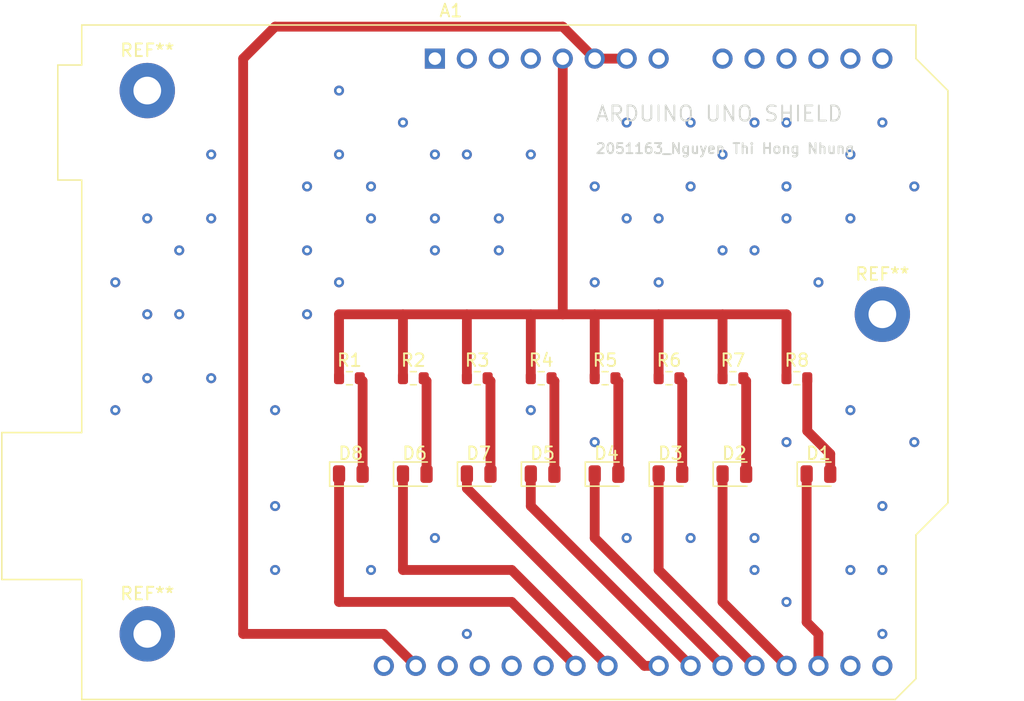
<source format=kicad_pcb>
(kicad_pcb (version 20221018) (generator pcbnew)
  (title_block (title "HO CHI MINH CITY UNIVERSITY OF TECHNOLOGY") (date "2024-01-20") (rev "1") (company "2051163_Nguyen Thi Hong Nhung"))
  (layers (0 "F.Cu" signal) (31 "B.Cu" signal) (34 "B.Paste" user) (35 "F.Paste" user) (36 "B.SilkS" user "B.Silkscreen") (37 "F.SilkS" user "F.Silkscreen") (38 "B.Mask" user) (39 "F.Mask" user) (44 "Edge.Cuts" user))
  (net 0 "")
  (net 5 "Net-(A1-+5V)")
  (net 6 "GND")
  (net 14 "unconnected-(A1-D0{slash}RX-Pad15)")
  (net 16 "Net-(A1-D2)")
  (net 17 "Net-(A1-D3)")
  (net 18 "Net-(A1-D4)")
  (net 19 "Net-(A1-D5)")
  (net 20 "Net-(A1-D6)")
  (net 21 "Net-(A1-D7)")
  (net 22 "Net-(A1-D8)")
  (net 23 "Net-(A1-D9)")
  (net 26 "unconnected-(A1-D12-Pad27)")
  (net 29 "Net-(D1-A)")
  (net 30 "Net-(D2-A)")
  (net 31 "Net-(D3-A)")
  (net 32 "Net-(D4-A)")
  (net 33 "Net-(D5-A)")
  (net 34 "Net-(D6-A)")
  (net 35 "Net-(D7-A)")
  (net 36 "Net-(D8-A)")
  (footprint "MountingHole:MountingHole_2.2mm_M2_Pad" (layer "F.Cu") (at 172.72 68.58)
    (fp_text reference "REF**" (at 0 -3.2) (layer "F.SilkS"))
    (fp_text value "MountingHole_2.2mm_M2_Pad")
    (pad "1" thru_hole circle (at 0 0) (size 4.4 4.4) (drill 2.2) (layers "*.Cu" "*.Mask"))
  )
  (footprint "Module:Arduino_UNO_R2" (layer "F.Cu") (at 137.16 48.26)
    (fp_text reference "A1" (at 1.27 -3.81 180) (layer "F.SilkS"))
    (fp_text value "Arduino_UNO_R2")
    (fp_line (start -34.42 29.72) (end -34.42 41.4) (stroke (width 0.12)) (layer "F.SilkS"))
    (fp_line (start -34.42 41.4) (end -28.07 41.4) (stroke (width 0.12)) (layer "F.SilkS"))
    (fp_line (start -29.97 0.51) (end -29.97 9.65) (stroke (width 0.12)) (layer "F.SilkS"))
    (fp_line (start -29.97 9.65) (end -28.07 9.65) (stroke (width 0.12)) (layer "F.SilkS"))
    (fp_line (start -28.07 -2.67) (end -28.07 0.51) (stroke (width 0.12)) (layer "F.SilkS"))
    (fp_line (start -28.07 0.51) (end -29.97 0.51) (stroke (width 0.12)) (layer "F.SilkS"))
    (fp_line (start -28.07 9.65) (end -28.07 29.72) (stroke (width 0.12)) (layer "F.SilkS"))
    (fp_line (start -28.07 29.72) (end -34.42 29.72) (stroke (width 0.12)) (layer "F.SilkS"))
    (fp_line (start -28.07 41.4) (end -28.07 50.93) (stroke (width 0.12)) (layer "F.SilkS"))
    (fp_line (start -28.07 50.93) (end 36.58 50.93) (stroke (width 0.12)) (layer "F.SilkS"))
    (fp_line (start 36.58 50.93) (end 38.23 49.28) (stroke (width 0.12)) (layer "F.SilkS"))
    (fp_line (start 38.23 -2.67) (end -28.07 -2.67) (stroke (width 0.12)) (layer "F.SilkS"))
    (fp_line (start 38.23 0) (end 38.23 -2.67) (stroke (width 0.12)) (layer "F.SilkS"))
    (fp_line (start 38.23 37.85) (end 40.77 35.31) (stroke (width 0.12)) (layer "F.SilkS"))
    (fp_line (start 38.23 49.28) (end 38.23 37.85) (stroke (width 0.12)) (layer "F.SilkS"))
    (fp_line (start 40.77 2.54) (end 38.23 0) (stroke (width 0.12)) (layer "F.SilkS"))
    (fp_line (start 40.77 35.31) (end 40.77 2.54) (stroke (width 0.12)) (layer "F.SilkS"))
    (pad "1" thru_hole rect (at 0 0 90) (size 1.6 1.6) (drill 1) (layers "*.Cu" "*.Mask"))
    (pad "2" thru_hole oval (at 2.54 0 90) (size 1.6 1.6) (drill 1) (layers "*.Cu" "*.Mask"))
    (pad "3" thru_hole oval (at 5.08 0 90) (size 1.6 1.6) (drill 1) (layers "*.Cu" "*.Mask"))
    (pad "4" thru_hole oval (at 7.62 0 90) (size 1.6 1.6) (drill 1) (layers "*.Cu" "*.Mask"))
    (pad "5" thru_hole oval (at 10.16 0 90) (size 1.6 1.6) (drill 1) (layers "*.Cu" "*.Mask") (net 5 "Net-(A1-+5V)"))
    (pad "6" thru_hole oval (at 12.7 0 90) (size 1.6 1.6) (drill 1) (layers "*.Cu" "*.Mask") (net 6 "GND"))
    (pad "7" thru_hole oval (at 15.24 0 90) (size 1.6 1.6) (drill 1) (layers "*.Cu" "*.Mask") (net 6 "GND"))
    (pad "8" thru_hole oval (at 17.78 0 90) (size 1.6 1.6) (drill 1) (layers "*.Cu" "*.Mask"))
    (pad "9" thru_hole oval (at 22.86 0 90) (size 1.6 1.6) (drill 1) (layers "*.Cu" "*.Mask"))
    (pad "10" thru_hole oval (at 25.4 0 90) (size 1.6 1.6) (drill 1) (layers "*.Cu" "*.Mask"))
    (pad "11" thru_hole oval (at 27.94 0 90) (size 1.6 1.6) (drill 1) (layers "*.Cu" "*.Mask"))
    (pad "12" thru_hole oval (at 30.48 0 90) (size 1.6 1.6) (drill 1) (layers "*.Cu" "*.Mask"))
    (pad "13" thru_hole oval (at 33.02 0 90) (size 1.6 1.6) (drill 1) (layers "*.Cu" "*.Mask"))
    (pad "14" thru_hole oval (at 35.56 0 90) (size 1.6 1.6) (drill 1) (layers "*.Cu" "*.Mask"))
    (pad "15" thru_hole oval (at 35.56 48.26 90) (size 1.6 1.6) (drill 1) (layers "*.Cu" "*.Mask") (net 14 "unconnected-(A1-D0{slash}RX-Pad15)"))
    (pad "16" thru_hole oval (at 33.02 48.26 90) (size 1.6 1.6) (drill 1) (layers "*.Cu" "*.Mask"))
    (pad "17" thru_hole oval (at 30.48 48.26 90) (size 1.6 1.6) (drill 1) (layers "*.Cu" "*.Mask") (net 16 "Net-(A1-D2)"))
    (pad "18" thru_hole oval (at 27.94 48.26 90) (size 1.6 1.6) (drill 1) (layers "*.Cu" "*.Mask") (net 17 "Net-(A1-D3)"))
    (pad "19" thru_hole oval (at 25.4 48.26 90) (size 1.6 1.6) (drill 1) (layers "*.Cu" "*.Mask") (net 18 "Net-(A1-D4)"))
    (pad "20" thru_hole oval (at 22.86 48.26 90) (size 1.6 1.6) (drill 1) (layers "*.Cu" "*.Mask") (net 19 "Net-(A1-D5)"))
    (pad "21" thru_hole oval (at 20.32 48.26 90) (size 1.6 1.6) (drill 1) (layers "*.Cu" "*.Mask") (net 20 "Net-(A1-D6)"))
    (pad "22" thru_hole oval (at 17.78 48.26 90) (size 1.6 1.6) (drill 1) (layers "*.Cu" "*.Mask") (net 21 "Net-(A1-D7)"))
    (pad "23" thru_hole oval (at 13.72 48.26 90) (size 1.6 1.6) (drill 1) (layers "*.Cu" "*.Mask") (net 22 "Net-(A1-D8)"))
    (pad "24" thru_hole oval (at 11.18 48.26 90) (size 1.6 1.6) (drill 1) (layers "*.Cu" "*.Mask") (net 23 "Net-(A1-D9)"))
    (pad "25" thru_hole oval (at 8.64 48.26 90) (size 1.6 1.6) (drill 1) (layers "*.Cu" "*.Mask"))
    (pad "26" thru_hole oval (at 6.1 48.26 90) (size 1.6 1.6) (drill 1) (layers "*.Cu" "*.Mask"))
    (pad "27" thru_hole oval (at 3.56 48.26 90) (size 1.6 1.6) (drill 1) (layers "*.Cu" "*.Mask") (net 26 "unconnected-(A1-D12-Pad27)"))
    (pad "28" thru_hole oval (at 1.02 48.26 90) (size 1.6 1.6) (drill 1) (layers "*.Cu" "*.Mask"))
    (pad "29" thru_hole oval (at -1.52 48.26 90) (size 1.6 1.6) (drill 1) (layers "*.Cu" "*.Mask") (net 6 "GND"))
    (pad "30" thru_hole oval (at -4.06 48.26 90) (size 1.6 1.6) (drill 1) (layers "*.Cu" "*.Mask"))
  )
  (footprint "LED_SMD:LED_0805_2012Metric" (layer "F.Cu") (at 135.5575 81.28)
    (fp_text reference "D6" (at 0 -1.65) (layer "F.SilkS"))
    (fp_text value "LED")
    (fp_line (start -1.685 -0.96) (end -1.685 0.96) (stroke (width 0.12)) (layer "F.SilkS"))
    (fp_line (start -1.685 0.96) (end 1 0.96) (stroke (width 0.12)) (layer "F.SilkS"))
    (fp_line (start 1 -0.96) (end -1.685 -0.96) (stroke (width 0.12)) (layer "F.SilkS"))
    (pad "1" smd roundrect (at -0.9375 0) (size 0.975 1.4) (layers "F.Cu" "F.Paste" "F.Mask") (net 22 "Net-(A1-D8)"))
    (pad "2" smd roundrect (at 0.9375 0) (size 0.975 1.4) (layers "F.Cu" "F.Paste" "F.Mask") (net 34 "Net-(D6-A)"))
  )
  (footprint "LED_SMD:LED_0805_2012Metric" (layer "F.Cu") (at 140.6375 81.28)
    (fp_text reference "D7" (at 0 -1.65) (layer "F.SilkS"))
    (fp_text value "LED")
    (fp_line (start -1.685 -0.96) (end -1.685 0.96) (stroke (width 0.12)) (layer "F.SilkS"))
    (fp_line (start -1.685 0.96) (end 1 0.96) (stroke (width 0.12)) (layer "F.SilkS"))
    (fp_line (start 1 -0.96) (end -1.685 -0.96) (stroke (width 0.12)) (layer "F.SilkS"))
    (pad "1" smd roundrect (at -0.9375 0) (size 0.975 1.4) (layers "F.Cu" "F.Paste" "F.Mask") (net 21 "Net-(A1-D7)"))
    (pad "2" smd roundrect (at 0.9375 0) (size 0.975 1.4) (layers "F.Cu" "F.Paste" "F.Mask") (net 35 "Net-(D7-A)"))
  )
  (footprint "Resistor_SMD:R_0603_1608Metric" (layer "F.Cu") (at 160.845 73.66)
    (fp_text reference "R7" (at 0 -1.43) (layer "F.SilkS"))
    (fp_text value "247")
    (fp_line (start -0.237258 -0.5225) (end 0.237258 -0.5225) (stroke (width 0.12)) (layer "F.SilkS"))
    (fp_line (start -0.237258 0.5225) (end 0.237258 0.5225) (stroke (width 0.12)) (layer "F.SilkS"))
    (pad "1" smd roundrect (at -0.825 0) (size 0.8 0.95) (layers "F.Cu" "F.Paste" "F.Mask") (net 5 "Net-(A1-+5V)"))
    (pad "2" smd roundrect (at 0.825 0) (size 0.8 0.95) (layers "F.Cu" "F.Paste" "F.Mask") (net 30 "Net-(D2-A)"))
  )
  (footprint "Resistor_SMD:R_0603_1608Metric" (layer "F.Cu") (at 135.445 73.66)
    (fp_text reference "R2" (at 0 -1.43) (layer "F.SilkS"))
    (fp_text value "247")
    (fp_line (start -0.237258 -0.5225) (end 0.237258 -0.5225) (stroke (width 0.12)) (layer "F.SilkS"))
    (fp_line (start -0.237258 0.5225) (end 0.237258 0.5225) (stroke (width 0.12)) (layer "F.SilkS"))
    (pad "1" smd roundrect (at -0.825 0) (size 0.8 0.95) (layers "F.Cu" "F.Paste" "F.Mask") (net 5 "Net-(A1-+5V)"))
    (pad "2" smd roundrect (at 0.825 0) (size 0.8 0.95) (layers "F.Cu" "F.Paste" "F.Mask") (net 34 "Net-(D6-A)"))
  )
  (footprint "Resistor_SMD:R_0603_1608Metric" (layer "F.Cu") (at 155.765 73.66)
    (fp_text reference "R6" (at 0 -1.43) (layer "F.SilkS"))
    (fp_text value "247")
    (fp_line (start -0.237258 -0.5225) (end 0.237258 -0.5225) (stroke (width 0.12)) (layer "F.SilkS"))
    (fp_line (start -0.237258 0.5225) (end 0.237258 0.5225) (stroke (width 0.12)) (layer "F.SilkS"))
    (pad "1" smd roundrect (at -0.825 0) (size 0.8 0.95) (layers "F.Cu" "F.Paste" "F.Mask") (net 5 "Net-(A1-+5V)"))
    (pad "2" smd roundrect (at 0.825 0) (size 0.8 0.95) (layers "F.Cu" "F.Paste" "F.Mask") (net 31 "Net-(D3-A)"))
  )
  (footprint "LED_SMD:LED_0805_2012Metric" (layer "F.Cu") (at 150.7975 81.28)
    (fp_text reference "D4" (at 0 -1.65) (layer "F.SilkS"))
    (fp_text value "LED")
    (fp_line (start -1.685 -0.96) (end -1.685 0.96) (stroke (width 0.12)) (layer "F.SilkS"))
    (fp_line (start -1.685 0.96) (end 1 0.96) (stroke (width 0.12)) (layer "F.SilkS"))
    (fp_line (start 1 -0.96) (end -1.685 -0.96) (stroke (width 0.12)) (layer "F.SilkS"))
    (pad "1" smd roundrect (at -0.9375 0) (size 0.975 1.4) (layers "F.Cu" "F.Paste" "F.Mask") (net 19 "Net-(A1-D5)"))
    (pad "2" smd roundrect (at 0.9375 0) (size 0.975 1.4) (layers "F.Cu" "F.Paste" "F.Mask") (net 32 "Net-(D4-A)"))
  )
  (footprint "LED_SMD:LED_0805_2012Metric" (layer "F.Cu") (at 167.64 81.28)
    (fp_text reference "D1" (at 0 -1.65) (layer "F.SilkS"))
    (fp_text value "LED")
    (fp_line (start -1.685 -0.96) (end -1.685 0.96) (stroke (width 0.12)) (layer "F.SilkS"))
    (fp_line (start -1.685 0.96) (end 1 0.96) (stroke (width 0.12)) (layer "F.SilkS"))
    (fp_line (start 1 -0.96) (end -1.685 -0.96) (stroke (width 0.12)) (layer "F.SilkS"))
    (pad "1" smd roundrect (at -0.9375 0) (size 0.975 1.4) (layers "F.Cu" "F.Paste" "F.Mask") (net 16 "Net-(A1-D2)"))
    (pad "2" smd roundrect (at 0.9375 0) (size 0.975 1.4) (layers "F.Cu" "F.Paste" "F.Mask") (net 29 "Net-(D1-A)"))
  )
  (footprint "Resistor_SMD:R_0603_1608Metric" (layer "F.Cu") (at 130.365 73.66)
    (fp_text reference "R1" (at 0 -1.43) (layer "F.SilkS"))
    (fp_text value "247")
    (fp_line (start -0.237258 -0.5225) (end 0.237258 -0.5225) (stroke (width 0.12)) (layer "F.SilkS"))
    (fp_line (start -0.237258 0.5225) (end 0.237258 0.5225) (stroke (width 0.12)) (layer "F.SilkS"))
    (pad "1" smd roundrect (at -0.825 0) (size 0.8 0.95) (layers "F.Cu" "F.Paste" "F.Mask") (net 5 "Net-(A1-+5V)"))
    (pad "2" smd roundrect (at 0.825 0) (size 0.8 0.95) (layers "F.Cu" "F.Paste" "F.Mask") (net 36 "Net-(D8-A)"))
  )
  (footprint "LED_SMD:LED_0805_2012Metric" (layer "F.Cu") (at 155.8775 81.28)
    (fp_text reference "D3" (at 0 -1.65) (layer "F.SilkS"))
    (fp_text value "LED")
    (fp_line (start -1.685 -0.96) (end -1.685 0.96) (stroke (width 0.12)) (layer "F.SilkS"))
    (fp_line (start -1.685 0.96) (end 1 0.96) (stroke (width 0.12)) (layer "F.SilkS"))
    (fp_line (start 1 -0.96) (end -1.685 -0.96) (stroke (width 0.12)) (layer "F.SilkS"))
    (pad "1" smd roundrect (at -0.9375 0) (size 0.975 1.4) (layers "F.Cu" "F.Paste" "F.Mask") (net 18 "Net-(A1-D4)"))
    (pad "2" smd roundrect (at 0.9375 0) (size 0.975 1.4) (layers "F.Cu" "F.Paste" "F.Mask") (net 31 "Net-(D3-A)"))
  )
  (footprint "Resistor_SMD:R_0603_1608Metric" (layer "F.Cu") (at 145.605 73.66)
    (fp_text reference "R4" (at 0 -1.43) (layer "F.SilkS"))
    (fp_text value "247")
    (fp_line (start -0.237258 -0.5225) (end 0.237258 -0.5225) (stroke (width 0.12)) (layer "F.SilkS"))
    (fp_line (start -0.237258 0.5225) (end 0.237258 0.5225) (stroke (width 0.12)) (layer "F.SilkS"))
    (pad "1" smd roundrect (at -0.825 0) (size 0.8 0.95) (layers "F.Cu" "F.Paste" "F.Mask") (net 5 "Net-(A1-+5V)"))
    (pad "2" smd roundrect (at 0.825 0) (size 0.8 0.95) (layers "F.Cu" "F.Paste" "F.Mask") (net 33 "Net-(D5-A)"))
  )
  (footprint "MountingHole:MountingHole_2.2mm_M2_Pad" (layer "F.Cu") (at 114.3 50.8)
    (fp_text reference "REF**" (at 0 -3.2) (layer "F.SilkS"))
    (fp_text value "MountingHole_2.2mm_M2_Pad")
    (pad "1" thru_hole circle (at 0 0) (size 4.4 4.4) (drill 2.2) (layers "*.Cu" "*.Mask"))
  )
  (footprint "LED_SMD:LED_0805_2012Metric" (layer "F.Cu") (at 160.9575 81.28)
    (fp_text reference "D2" (at 0 -1.65) (layer "F.SilkS"))
    (fp_text value "LED")
    (fp_line (start -1.685 -0.96) (end -1.685 0.96) (stroke (width 0.12)) (layer "F.SilkS"))
    (fp_line (start -1.685 0.96) (end 1 0.96) (stroke (width 0.12)) (layer "F.SilkS"))
    (fp_line (start 1 -0.96) (end -1.685 -0.96) (stroke (width 0.12)) (layer "F.SilkS"))
    (pad "1" smd roundrect (at -0.9375 0) (size 0.975 1.4) (layers "F.Cu" "F.Paste" "F.Mask") (net 17 "Net-(A1-D3)"))
    (pad "2" smd roundrect (at 0.9375 0) (size 0.975 1.4) (layers "F.Cu" "F.Paste" "F.Mask") (net 30 "Net-(D2-A)"))
  )
  (footprint "LED_SMD:LED_0805_2012Metric" (layer "F.Cu") (at 130.4775 81.28)
    (fp_text reference "D8" (at 0 -1.65) (layer "F.SilkS"))
    (fp_text value "LED")
    (fp_line (start -1.685 -0.96) (end -1.685 0.96) (stroke (width 0.12)) (layer "F.SilkS"))
    (fp_line (start -1.685 0.96) (end 1 0.96) (stroke (width 0.12)) (layer "F.SilkS"))
    (fp_line (start 1 -0.96) (end -1.685 -0.96) (stroke (width 0.12)) (layer "F.SilkS"))
    (pad "1" smd roundrect (at -0.9375 0) (size 0.975 1.4) (layers "F.Cu" "F.Paste" "F.Mask") (net 23 "Net-(A1-D9)"))
    (pad "2" smd roundrect (at 0.9375 0) (size 0.975 1.4) (layers "F.Cu" "F.Paste" "F.Mask") (net 36 "Net-(D8-A)"))
  )
  (footprint "Resistor_SMD:R_0603_1608Metric" (layer "F.Cu") (at 140.525 73.66)
    (fp_text reference "R3" (at 0 -1.43) (layer "F.SilkS"))
    (fp_text value "247")
    (fp_line (start -0.237258 -0.5225) (end 0.237258 -0.5225) (stroke (width 0.12)) (layer "F.SilkS"))
    (fp_line (start -0.237258 0.5225) (end 0.237258 0.5225) (stroke (width 0.12)) (layer "F.SilkS"))
    (pad "1" smd roundrect (at -0.825 0) (size 0.8 0.95) (layers "F.Cu" "F.Paste" "F.Mask") (net 5 "Net-(A1-+5V)"))
    (pad "2" smd roundrect (at 0.825 0) (size 0.8 0.95) (layers "F.Cu" "F.Paste" "F.Mask") (net 35 "Net-(D7-A)"))
  )
  (footprint "LED_SMD:LED_0805_2012Metric" (layer "F.Cu") (at 145.7175 81.28)
    (fp_text reference "D5" (at 0 -1.65) (layer "F.SilkS"))
    (fp_text value "LED")
    (fp_line (start -1.685 -0.96) (end -1.685 0.96) (stroke (width 0.12)) (layer "F.SilkS"))
    (fp_line (start -1.685 0.96) (end 1 0.96) (stroke (width 0.12)) (layer "F.SilkS"))
    (fp_line (start 1 -0.96) (end -1.685 -0.96) (stroke (width 0.12)) (layer "F.SilkS"))
    (pad "1" smd roundrect (at -0.9375 0) (size 0.975 1.4) (layers "F.Cu" "F.Paste" "F.Mask") (net 20 "Net-(A1-D6)"))
    (pad "2" smd roundrect (at 0.9375 0) (size 0.975 1.4) (layers "F.Cu" "F.Paste" "F.Mask") (net 33 "Net-(D5-A)"))
  )
  (footprint "MountingHole:MountingHole_2.2mm_M2_Pad" (layer "F.Cu") (at 114.3 93.98)
    (fp_text reference "REF**" (at 0 -3.2) (layer "F.SilkS"))
    (fp_text value "MountingHole_2.2mm_M2_Pad")
    (pad "1" thru_hole circle (at 0 0) (size 4.4 4.4) (drill 2.2) (layers "*.Cu" "*.Mask"))
  )
  (footprint "Resistor_SMD:R_0603_1608Metric" (layer "F.Cu") (at 165.925 73.66)
    (fp_text reference "R8" (at 0 -1.43) (layer "F.SilkS"))
    (fp_text value "247")
    (fp_line (start -0.237258 -0.5225) (end 0.237258 -0.5225) (stroke (width 0.12)) (layer "F.SilkS"))
    (fp_line (start -0.237258 0.5225) (end 0.237258 0.5225) (stroke (width 0.12)) (layer "F.SilkS"))
    (pad "1" smd roundrect (at -0.825 0) (size 0.8 0.95) (layers "F.Cu" "F.Paste" "F.Mask") (net 5 "Net-(A1-+5V)"))
    (pad "2" smd roundrect (at 0.825 0) (size 0.8 0.95) (layers "F.Cu" "F.Paste" "F.Mask") (net 29 "Net-(D1-A)"))
  )
  (footprint "Resistor_SMD:R_0603_1608Metric" (layer "F.Cu") (at 150.685 73.66)
    (fp_text reference "R5" (at 0 -1.43) (layer "F.SilkS"))
    (fp_text value "247")
    (fp_line (start -0.237258 -0.5225) (end 0.237258 -0.5225) (stroke (width 0.12)) (layer "F.SilkS"))
    (fp_line (start -0.237258 0.5225) (end 0.237258 0.5225) (stroke (width 0.12)) (layer "F.SilkS"))
    (pad "1" smd roundrect (at -0.825 0) (size 0.8 0.95) (layers "F.Cu" "F.Paste" "F.Mask") (net 5 "Net-(A1-+5V)"))
    (pad "2" smd roundrect (at 0.825 0) (size 0.8 0.95) (layers "F.Cu" "F.Paste" "F.Mask") (net 32 "Net-(D4-A)"))
  )
  (gr_text "2051163_Nguyen Thi Hong Nhung" (at 149.86 55.88) (layer "Edge.Cuts") (effects (font (size 0.8 0.8)) (justify left bottom)))
  (gr_text "ARDUINO UNO SHIELD" (at 149.86 53.34) (layer "Edge.Cuts") (effects (font (size 1.2 1.2)) (justify left bottom)))
  (via (at 154.94 66.04) (size 0.8) (drill 0.4) (layers "F.Cu" "B.Cu") (net 0))
  (via (at 137.16 63.5) (size 0.8) (drill 0.4) (layers "F.Cu" "B.Cu") (net 0))
  (via (at 152.4 86.36) (size 0.8) (drill 0.4) (layers "F.Cu" "B.Cu") (net 0))
  (via (at 127 58.42) (size 0.8) (drill 0.4) (layers "F.Cu" "B.Cu") (net 0))
  (via (at 167.64 66.04) (size 0.8) (drill 0.4) (layers "F.Cu" "B.Cu") (net 0))
  (via (at 175.26 58.42) (size 0.8) (drill 0.4) (layers "F.Cu" "B.Cu") (net 0))
  (via (at 165.1 58.42) (size 0.8) (drill 0.4) (layers "F.Cu" "B.Cu") (net 0))
  (via (at 162.56 88.9) (size 0.8) (drill 0.4) (layers "F.Cu" "B.Cu") (net 0))
  (via (at 119.38 73.66) (size 0.8) (drill 0.4) (layers "F.Cu" "B.Cu") (net 0))
  (via (at 172.72 88.9) (size 0.8) (drill 0.4) (layers "F.Cu" "B.Cu") (net 0))
  (via (at 111.76 76.2) (size 0.8) (drill 0.4) (layers "F.Cu" "B.Cu") (net 0))
  (via (at 170.18 60.96) (size 0.8) (drill 0.4) (layers "F.Cu" "B.Cu") (net 0))
  (via (at 129.54 66.04) (size 0.8) (drill 0.4) (layers "F.Cu" "B.Cu") (net 0))
  (via (at 165.1 53.34) (size 0.8) (drill 0.4) (layers "F.Cu" "B.Cu") (net 0))
  (via (at 124.46 88.9) (size 0.8) (drill 0.4) (layers "F.Cu" "B.Cu") (net 0))
  (via (at 175.26 78.74) (size 0.8) (drill 0.4) (layers "F.Cu" "B.Cu") (net 0))
  (via (at 165.1 78.74) (size 0.8) (drill 0.4) (layers "F.Cu" "B.Cu") (net 0))
  (via (at 132.08 58.42) (size 0.8) (drill 0.4) (layers "F.Cu" "B.Cu") (net 0))
  (via (at 157.48 58.42) (size 0.8) (drill 0.4) (layers "F.Cu" "B.Cu") (net 0))
  (via (at 165.1 91.44) (size 0.8) (drill 0.4) (layers "F.Cu" "B.Cu") (net 0))
  (via (at 160.02 63.5) (size 0.8) (drill 0.4) (layers "F.Cu" "B.Cu") (net 0))
  (via (at 129.54 55.88) (size 0.8) (drill 0.4) (layers "F.Cu" "B.Cu") (net 0))
  (via (at 127 63.5) (size 0.8) (drill 0.4) (layers "F.Cu" "B.Cu") (net 0))
  (via (at 157.48 86.36) (size 0.8) (drill 0.4) (layers "F.Cu" "B.Cu") (net 0))
  (via (at 137.16 86.36) (size 0.8) (drill 0.4) (layers "F.Cu" "B.Cu") (net 0))
  (via (at 114.3 68.58) (size 0.8) (drill 0.4) (layers "F.Cu" "B.Cu") (net 0))
  (via (at 111.76 66.04) (size 0.8) (drill 0.4) (layers "F.Cu" "B.Cu") (net 0))
  (via (at 114.3 60.96) (size 0.8) (drill 0.4) (layers "F.Cu" "B.Cu") (net 0))
  (via (at 119.38 60.96) (size 0.8) (drill 0.4) (layers "F.Cu" "B.Cu") (net 0))
  (via (at 149.86 66.04) (size 0.8) (drill 0.4) (layers "F.Cu" "B.Cu") (net 0))
  (via (at 162.56 86.36) (size 0.8) (drill 0.4) (layers "F.Cu" "B.Cu") (net 0))
  (via (at 162.56 63.5) (size 0.8) (drill 0.4) (layers "F.Cu" "B.Cu") (net 0))
  (via (at 162.56 53.34) (size 0.8) (drill 0.4) (layers "F.Cu" "B.Cu") (net 0))
  (via (at 127 68.58) (size 0.8) (drill 0.4) (layers "F.Cu" "B.Cu") (net 0))
  (via (at 116.84 63.5) (size 0.8) (drill 0.4) (layers "F.Cu" "B.Cu") (net 0))
  (via (at 154.94 60.96) (size 0.8) (drill 0.4) (layers "F.Cu" "B.Cu") (net 0))
  (via (at 116.84 68.58) (size 0.8) (drill 0.4) (layers "F.Cu" "B.Cu") (net 0))
  (via (at 149.86 78.74) (size 0.8) (drill 0.4) (layers "F.Cu" "B.Cu") (net 0))
  (via (at 152.4 60.96) (size 0.8) (drill 0.4) (layers "F.Cu" "B.Cu") (net 0))
  (via (at 149.86 58.42) (size 0.8) (drill 0.4) (layers "F.Cu" "B.Cu") (net 0))
  (via (at 119.38 55.88) (size 0.8) (drill 0.4) (layers "F.Cu" "B.Cu") (net 0))
  (via (at 114.3 73.66) (size 0.8) (drill 0.4) (layers "F.Cu" "B.Cu") (net 0))
  (via (at 137.16 60.96) (size 0.8) (drill 0.4) (layers "F.Cu" "B.Cu") (net 0))
  (via (at 170.18 55.88) (size 0.8) (drill 0.4) (layers "F.Cu" "B.Cu") (net 0))
  (via (at 172.72 83.82) (size 0.8) (drill 0.4) (layers "F.Cu" "B.Cu") (net 0))
  (via (at 137.16 55.88) (size 0.8) (drill 0.4) (layers "F.Cu" "B.Cu") (net 0))
  (via (at 132.08 88.9) (size 0.8) (drill 0.4) (layers "F.Cu" "B.Cu") (net 0))
  (via (at 124.46 76.2) (size 0.8) (drill 0.4) (layers "F.Cu" "B.Cu") (net 0))
  (via (at 142.24 60.96) (size 0.8) (drill 0.4) (layers "F.Cu" "B.Cu") (net 0))
  (via (at 142.24 63.5) (size 0.8) (drill 0.4) (layers "F.Cu" "B.Cu") (net 0))
  (via (at 144.78 76.2) (size 0.8) (drill 0.4) (layers "F.Cu" "B.Cu") (net 0))
  (via (at 124.46 83.82) (size 0.8) (drill 0.4) (layers "F.Cu" "B.Cu") (net 0))
  (via (at 144.78 55.88) (size 0.8) (drill 0.4) (layers "F.Cu" "B.Cu") (net 0))
  (via (at 160.02 55.88) (size 0.8) (drill 0.4) (layers "F.Cu" "B.Cu") (net 0))
  (via (at 132.08 60.96) (size 0.8) (drill 0.4) (layers "F.Cu" "B.Cu") (net 0))
  (via (at 157.48 53.34) (size 0.8) (drill 0.4) (layers "F.Cu" "B.Cu") (net 0))
  (via (at 170.18 88.9) (size 0.8) (drill 0.4) (layers "F.Cu" "B.Cu") (net 0))
  (via (at 152.4 53.34) (size 0.8) (drill 0.4) (layers "F.Cu" "B.Cu") (net 0))
  (via (at 139.7 55.88) (size 0.8) (drill 0.4) (layers "F.Cu" "B.Cu") (net 0))
  (via (at 170.18 76.2) (size 0.8) (drill 0.4) (layers "F.Cu" "B.Cu") (net 0))
  (via (at 134.62 53.34) (size 0.8) (drill 0.4) (layers "F.Cu" "B.Cu") (net 0))
  (via (at 129.54 50.8) (size 0.8) (drill 0.4) (layers "F.Cu" "B.Cu") (net 0))
  (via (at 165.1 60.96) (size 0.8) (drill 0.4) (layers "F.Cu" "B.Cu") (net 0))
  (via (at 172.72 53.34) (size 0.8) (drill 0.4) (layers "F.Cu" "B.Cu") (net 0))
  (segment (start 134.62 73.66) (end 134.62 68.58) (width 0.78) (layer "F.Cu") (net 5))
  (segment (start 147.32 48.26) (end 147.32 68.58) (width 0.78) (layer "F.Cu") (net 5))
  (segment (start 154.94 73.66) (end 154.94 68.58) (width 0.78) (layer "F.Cu") (net 5))
  (segment (start 129.54 73.66) (end 129.54 68.58) (width 0.78) (layer "F.Cu") (net 5))
  (segment (start 129.54 68.58) (end 134.62 68.58) (width 0.78) (layer "F.Cu") (net 5))
  (segment (start 149.86 73.66) (end 149.86 68.58) (width 0.78) (layer "F.Cu") (net 5))
  (segment (start 160.02 68.58) (end 165.1 68.58) (width 0.78) (layer "F.Cu") (net 5))
  (segment (start 165.1 68.58) (end 165.1 73.66) (width 0.78) (layer "F.Cu") (net 5))
  (segment (start 134.62 68.58) (end 139.7 68.58) (width 0.78) (layer "F.Cu") (net 5))
  (segment (start 144.78 68.58) (end 147.32 68.58) (width 0.78) (layer "F.Cu") (net 5))
  (segment (start 139.7 73.66) (end 139.7 68.58) (width 0.78) (layer "F.Cu") (net 5))
  (segment (start 147.32 68.58) (end 149.86 68.58) (width 0.78) (layer "F.Cu") (net 5))
  (segment (start 160.02 73.66) (end 160.02 68.58) (width 0.78) (layer "F.Cu") (net 5))
  (segment (start 154.94 68.58) (end 160.02 68.58) (width 0.78) (layer "F.Cu") (net 5))
  (segment (start 144.78 73.66) (end 144.78 68.58) (width 0.78) (layer "F.Cu") (net 5))
  (segment (start 139.7 68.58) (end 144.78 68.58) (width 0.78) (layer "F.Cu") (net 5))
  (segment (start 149.86 68.58) (end 154.94 68.58) (width 0.78) (layer "F.Cu") (net 5))
  (segment (start 135.64 96.52) (end 133.1 93.98) (width 0.78) (layer "F.Cu") (net 6))
  (segment (start 147.32 45.72) (end 149.86 48.26) (width 0.78) (layer "F.Cu") (net 6))
  (segment (start 149.86 48.26) (end 152.4 48.26) (width 0.78) (layer "F.Cu") (net 6))
  (segment (start 124.46 45.72) (end 147.32 45.72) (width 0.78) (layer "F.Cu") (net 6))
  (segment (start 121.92 93.98) (end 121.92 48.26) (width 0.78) (layer "F.Cu") (net 6))
  (segment (start 133.1 93.98) (end 121.92 93.98) (width 0.78) (layer "F.Cu") (net 6))
  (segment (start 121.92 48.26) (end 124.46 45.72) (width 0.78) (layer "F.Cu") (net 6))
  (via (at 172.72 93.98) (size 0.8) (drill 0.4) (layers "F.Cu" "B.Cu") (net 14))
  (segment (start 166.7025 81.28) (end 166.7025 93.0425) (width 0.78) (layer "F.Cu") (net 16))
  (segment (start 166.7025 93.0425) (end 167.64 93.98) (width 0.78) (layer "F.Cu") (net 16))
  (segment (start 167.64 93.98) (end 167.64 96.52) (width 0.78) (layer "F.Cu") (net 16))
  (segment (start 160.02 91.44) (end 165.1 96.52) (width 0.78) (layer "F.Cu") (net 17))
  (segment (start 160.02 81.28) (end 160.02 91.44) (width 0.78) (layer "F.Cu") (net 17))
  (segment (start 154.94 81.28) (end 154.94 88.9) (width 0.78) (layer "F.Cu") (net 18))
  (segment (start 154.94 88.9) (end 162.56 96.52) (width 0.78) (layer "F.Cu") (net 18))
  (segment (start 160.02 96.52) (end 149.86 86.36) (width 0.78) (layer "F.Cu") (net 19))
  (segment (start 149.86 86.36) (end 149.86 81.28) (width 0.78) (layer "F.Cu") (net 19))
  (segment (start 157.48 96.52) (end 144.78 83.82) (width 0.78) (layer "F.Cu") (net 20))
  (segment (start 144.78 83.82) (end 144.78 81.28) (width 0.78) (layer "F.Cu") (net 20))
  (segment (start 154.94 96.52) (end 153.80863 96.52) (width 0.78) (layer "F.Cu") (net 21))
  (segment (start 153.80863 96.52) (end 139.7 82.41137) (width 0.78) (layer "F.Cu") (net 21))
  (segment (start 139.7 82.41137) (end 139.7 81.28) (width 0.78) (layer "F.Cu") (net 21))
  (segment (start 134.62 88.9) (end 134.62 81.28) (width 0.78) (layer "F.Cu") (net 22))
  (segment (start 150.88 96.52) (end 143.26 88.9) (width 0.78) (layer "F.Cu") (net 22))
  (segment (start 143.26 88.9) (end 134.62 88.9) (width 0.78) (layer "F.Cu") (net 22))
  (segment (start 143.26 91.44) (end 129.54 91.44) (width 0.78) (layer "F.Cu") (net 23))
  (segment (start 129.54 91.44) (end 129.54 81.28) (width 0.78) (layer "F.Cu") (net 23))
  (segment (start 148.34 96.52) (end 143.26 91.44) (width 0.78) (layer "F.Cu") (net 23))
  (via (at 139.7 93.98) (size 0.8) (drill 0.4) (layers "F.Cu" "B.Cu") (net 26))
  (segment (start 168.5775 79.6775) (end 166.75 77.85) (width 0.78) (layer "F.Cu") (net 29))
  (segment (start 166.75 77.85) (end 166.75 73.66) (width 0.78) (layer "F.Cu") (net 29))
  (segment (start 168.5775 81.28) (end 168.5775 79.6775) (width 0.78) (layer "F.Cu") (net 29))
  (segment (start 161.895 73.885) (end 161.67 73.66) (width 0.78) (layer "F.Cu") (net 30))
  (segment (start 161.895 81.28) (end 161.895 73.885) (width 0.78) (layer "F.Cu") (net 30))
  (segment (start 156.815 81.28) (end 156.815 73.885) (width 0.78) (layer "F.Cu") (net 31))
  (segment (start 156.815 73.885) (end 156.59 73.66) (width 0.78) (layer "F.Cu") (net 31))
  (segment (start 151.735 81.28) (end 151.735 73.885) (width 0.78) (layer "F.Cu") (net 32))
  (segment (start 151.735 73.885) (end 151.51 73.66) (width 0.78) (layer "F.Cu") (net 32))
  (segment (start 146.655 73.885) (end 146.43 73.66) (width 0.78) (layer "F.Cu") (net 33))
  (segment (start 146.655 81.28) (end 146.655 73.885) (width 0.78) (layer "F.Cu") (net 33))
  (segment (start 136.495 81.28) (end 136.495 73.885) (width 0.78) (layer "F.Cu") (net 34))
  (segment (start 136.495 73.885) (end 136.27 73.66) (width 0.78) (layer "F.Cu") (net 34))
  (segment (start 141.575 73.885) (end 141.35 73.66) (width 0.78) (layer "F.Cu") (net 35))
  (segment (start 141.575 81.28) (end 141.575 73.885) (width 0.78) (layer "F.Cu") (net 35))
  (segment (start 131.415 81.28) (end 131.415 73.885) (width 0.78) (layer "F.Cu") (net 36))
  (segment (start 131.415 73.885) (end 131.19 73.66) (width 0.78) (layer "F.Cu") (net 36))
)
</source>
